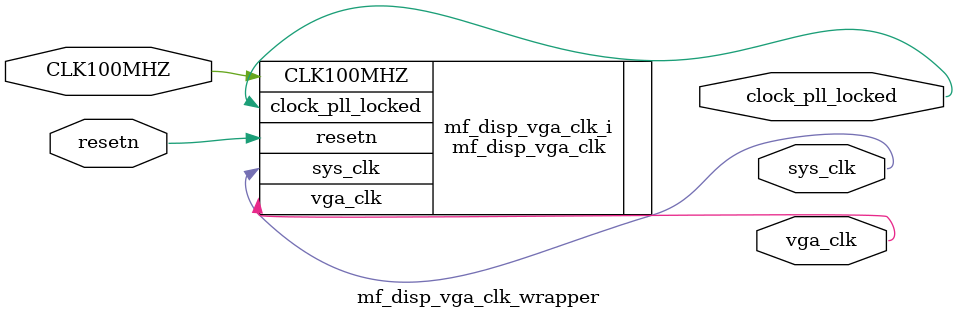
<source format=v>
`timescale 1 ps / 1 ps

module mf_disp_vga_clk_wrapper
   (CLK100MHZ,
    clock_pll_locked,
    resetn,
    sys_clk,
    vga_clk);
  input CLK100MHZ;
  output clock_pll_locked;
  input resetn;
  output sys_clk;
  output vga_clk;

  wire CLK100MHZ;
  wire clock_pll_locked;
  wire resetn;
  wire sys_clk;
  wire vga_clk;

mf_disp_vga_clk mf_disp_vga_clk_i
       (.CLK100MHZ(CLK100MHZ),
        .clock_pll_locked(clock_pll_locked),
        .resetn(resetn),
        .sys_clk(sys_clk),
        .vga_clk(vga_clk));
endmodule

</source>
